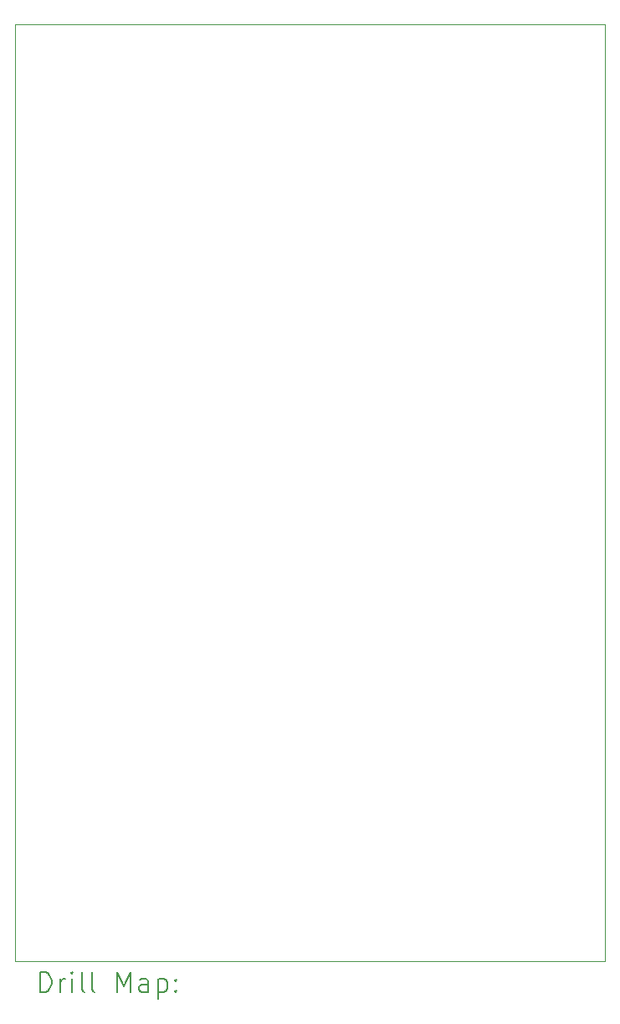
<source format=gbr>
%TF.GenerationSoftware,KiCad,Pcbnew,(6.0.10)*%
%TF.CreationDate,2023-01-04T16:16:52-06:00*%
%TF.ProjectId,AT89S52_dev_board,41543839-5335-4325-9f64-65765f626f61,rev?*%
%TF.SameCoordinates,Original*%
%TF.FileFunction,Drillmap*%
%TF.FilePolarity,Positive*%
%FSLAX45Y45*%
G04 Gerber Fmt 4.5, Leading zero omitted, Abs format (unit mm)*
G04 Created by KiCad (PCBNEW (6.0.10)) date 2023-01-04 16:16:52*
%MOMM*%
%LPD*%
G01*
G04 APERTURE LIST*
%ADD10C,0.100000*%
%ADD11C,0.200000*%
G04 APERTURE END LIST*
D10*
X18859500Y-5842000D02*
X12890500Y-5842000D01*
X12890500Y-5842000D02*
X12890500Y-15303500D01*
X12890500Y-15303500D02*
X18859500Y-15303500D01*
X18859500Y-15303500D02*
X18859500Y-5842000D01*
D11*
X13143119Y-15618976D02*
X13143119Y-15418976D01*
X13190738Y-15418976D01*
X13219309Y-15428500D01*
X13238357Y-15447548D01*
X13247881Y-15466595D01*
X13257405Y-15504690D01*
X13257405Y-15533262D01*
X13247881Y-15571357D01*
X13238357Y-15590405D01*
X13219309Y-15609452D01*
X13190738Y-15618976D01*
X13143119Y-15618976D01*
X13343119Y-15618976D02*
X13343119Y-15485643D01*
X13343119Y-15523738D02*
X13352643Y-15504690D01*
X13362167Y-15495167D01*
X13381214Y-15485643D01*
X13400262Y-15485643D01*
X13466928Y-15618976D02*
X13466928Y-15485643D01*
X13466928Y-15418976D02*
X13457405Y-15428500D01*
X13466928Y-15438024D01*
X13476452Y-15428500D01*
X13466928Y-15418976D01*
X13466928Y-15438024D01*
X13590738Y-15618976D02*
X13571690Y-15609452D01*
X13562167Y-15590405D01*
X13562167Y-15418976D01*
X13695500Y-15618976D02*
X13676452Y-15609452D01*
X13666928Y-15590405D01*
X13666928Y-15418976D01*
X13924071Y-15618976D02*
X13924071Y-15418976D01*
X13990738Y-15561833D01*
X14057405Y-15418976D01*
X14057405Y-15618976D01*
X14238357Y-15618976D02*
X14238357Y-15514214D01*
X14228833Y-15495167D01*
X14209786Y-15485643D01*
X14171690Y-15485643D01*
X14152643Y-15495167D01*
X14238357Y-15609452D02*
X14219309Y-15618976D01*
X14171690Y-15618976D01*
X14152643Y-15609452D01*
X14143119Y-15590405D01*
X14143119Y-15571357D01*
X14152643Y-15552309D01*
X14171690Y-15542786D01*
X14219309Y-15542786D01*
X14238357Y-15533262D01*
X14333595Y-15485643D02*
X14333595Y-15685643D01*
X14333595Y-15495167D02*
X14352643Y-15485643D01*
X14390738Y-15485643D01*
X14409786Y-15495167D01*
X14419309Y-15504690D01*
X14428833Y-15523738D01*
X14428833Y-15580881D01*
X14419309Y-15599928D01*
X14409786Y-15609452D01*
X14390738Y-15618976D01*
X14352643Y-15618976D01*
X14333595Y-15609452D01*
X14514548Y-15599928D02*
X14524071Y-15609452D01*
X14514548Y-15618976D01*
X14505024Y-15609452D01*
X14514548Y-15599928D01*
X14514548Y-15618976D01*
X14514548Y-15495167D02*
X14524071Y-15504690D01*
X14514548Y-15514214D01*
X14505024Y-15504690D01*
X14514548Y-15495167D01*
X14514548Y-15514214D01*
M02*

</source>
